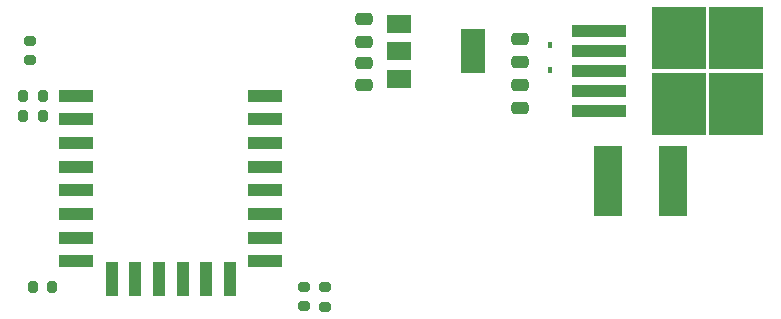
<source format=gbr>
%TF.GenerationSoftware,KiCad,Pcbnew,6.0.11-2627ca5db0~126~ubuntu20.04.1*%
%TF.CreationDate,2023-04-18T17:20:39+02:00*%
%TF.ProjectId,Giger-counter-addon,47696765-722d-4636-9f75-6e7465722d61,rev?*%
%TF.SameCoordinates,Original*%
%TF.FileFunction,Paste,Top*%
%TF.FilePolarity,Positive*%
%FSLAX46Y46*%
G04 Gerber Fmt 4.6, Leading zero omitted, Abs format (unit mm)*
G04 Created by KiCad (PCBNEW 6.0.11-2627ca5db0~126~ubuntu20.04.1) date 2023-04-18 17:20:39*
%MOMM*%
%LPD*%
G01*
G04 APERTURE LIST*
G04 Aperture macros list*
%AMRoundRect*
0 Rectangle with rounded corners*
0 $1 Rounding radius*
0 $2 $3 $4 $5 $6 $7 $8 $9 X,Y pos of 4 corners*
0 Add a 4 corners polygon primitive as box body*
4,1,4,$2,$3,$4,$5,$6,$7,$8,$9,$2,$3,0*
0 Add four circle primitives for the rounded corners*
1,1,$1+$1,$2,$3*
1,1,$1+$1,$4,$5*
1,1,$1+$1,$6,$7*
1,1,$1+$1,$8,$9*
0 Add four rect primitives between the rounded corners*
20,1,$1+$1,$2,$3,$4,$5,0*
20,1,$1+$1,$4,$5,$6,$7,0*
20,1,$1+$1,$6,$7,$8,$9,0*
20,1,$1+$1,$8,$9,$2,$3,0*%
G04 Aperture macros list end*
%ADD10R,2.000000X1.500000*%
%ADD11R,2.000000X3.800000*%
%ADD12R,3.000000X1.000000*%
%ADD13R,1.000000X3.000000*%
%ADD14RoundRect,0.200000X0.200000X0.275000X-0.200000X0.275000X-0.200000X-0.275000X0.200000X-0.275000X0*%
%ADD15RoundRect,0.200000X-0.275000X0.200000X-0.275000X-0.200000X0.275000X-0.200000X0.275000X0.200000X0*%
%ADD16RoundRect,0.250000X0.475000X-0.250000X0.475000X0.250000X-0.475000X0.250000X-0.475000X-0.250000X0*%
%ADD17RoundRect,0.200000X-0.200000X-0.275000X0.200000X-0.275000X0.200000X0.275000X-0.200000X0.275000X0*%
%ADD18RoundRect,0.250000X-0.475000X0.250000X-0.475000X-0.250000X0.475000X-0.250000X0.475000X0.250000X0*%
%ADD19RoundRect,0.200000X0.275000X-0.200000X0.275000X0.200000X-0.275000X0.200000X-0.275000X-0.200000X0*%
%ADD20R,0.450000X0.600000*%
%ADD21R,2.450000X5.900000*%
%ADD22R,4.550000X5.250000*%
%ADD23R,4.600000X1.100000*%
G04 APERTURE END LIST*
D10*
%TO.C,U2*%
X123320000Y-103870000D03*
D11*
X129620000Y-106170000D03*
D10*
X123320000Y-106170000D03*
X123320000Y-108470000D03*
%TD*%
D12*
%TO.C,U3*%
X96005000Y-109920000D03*
X96005000Y-111920000D03*
X96005000Y-113920000D03*
X96005000Y-115920000D03*
X96005000Y-117920000D03*
X96005000Y-119920000D03*
X96005000Y-121920000D03*
X96005000Y-123920000D03*
D13*
X99005000Y-125420000D03*
X101005000Y-125420000D03*
X103005000Y-125420000D03*
X105005000Y-125420000D03*
X107005000Y-125420000D03*
X109005000Y-125420000D03*
D12*
X112005000Y-123920000D03*
X112005000Y-121920000D03*
X112005000Y-119920000D03*
X112005000Y-117920000D03*
X112005000Y-115920000D03*
X112005000Y-113920000D03*
X112005000Y-111920000D03*
X112005000Y-109920000D03*
%TD*%
D14*
%TO.C,R5*%
X93985000Y-126110000D03*
X92335000Y-126110000D03*
%TD*%
D15*
%TO.C,R3*%
X117090000Y-126125000D03*
X117090000Y-127775000D03*
%TD*%
D16*
%TO.C,C3*%
X120350000Y-109020000D03*
X120350000Y-107120000D03*
%TD*%
D17*
%TO.C,R2*%
X91525000Y-111650000D03*
X93175000Y-111650000D03*
%TD*%
D18*
%TO.C,C4*%
X120350000Y-103430000D03*
X120350000Y-105330000D03*
%TD*%
%TO.C,C1*%
X133600000Y-105150000D03*
X133600000Y-107050000D03*
%TD*%
D15*
%TO.C,R6*%
X92100000Y-105275000D03*
X92100000Y-106925000D03*
%TD*%
D16*
%TO.C,C2*%
X133604000Y-110932000D03*
X133604000Y-109032000D03*
%TD*%
D19*
%TO.C,R4*%
X115260000Y-127745000D03*
X115260000Y-126095000D03*
%TD*%
D17*
%TO.C,R1*%
X91525000Y-109920000D03*
X93175000Y-109920000D03*
%TD*%
D20*
%TO.C,D1*%
X136144000Y-105630000D03*
X136144000Y-107730000D03*
%TD*%
D21*
%TO.C,L1*%
X141008000Y-117094000D03*
X146558000Y-117094000D03*
%TD*%
D22*
%TO.C,U1*%
X151850000Y-110595000D03*
X147000000Y-105045000D03*
X151850000Y-105045000D03*
X147000000Y-110595000D03*
D23*
X140275000Y-104420000D03*
X140275000Y-106120000D03*
X140275000Y-107820000D03*
X140275000Y-109520000D03*
X140275000Y-111220000D03*
%TD*%
M02*

</source>
